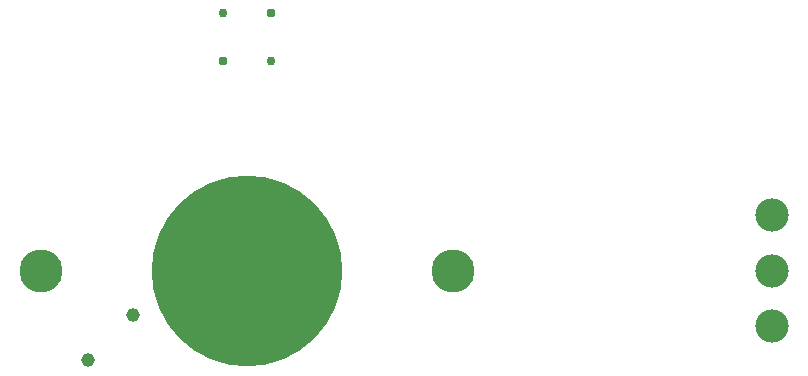
<source format=gbr>
G04 start of page 8 for group -4062 idx -4062 *
G04 Title: (unknown), soldermask *
G04 Creator: pcb 4.0.2 *
G04 CreationDate: Mon Feb 22 17:58:46 2021 UTC *
G04 For: ndholmes *
G04 Format: Gerber/RS-274X *
G04 PCB-Dimensions (mil): 4500.00 2500.00 *
G04 PCB-Coordinate-Origin: lower left *
%MOIN*%
%FSLAX25Y25*%
%LNBOTTOMMASK*%
%ADD55C,0.6360*%
%ADD54C,0.0300*%
%ADD53C,0.0310*%
%ADD52C,0.1438*%
%ADD51C,0.1110*%
%ADD50C,0.0454*%
G54D50*X72081Y95254D03*
X87003Y110175D03*
G54D51*X300000Y143500D03*
Y125000D03*
Y106500D03*
G54D52*X56250Y125000D03*
G54D53*X117000Y195000D03*
G54D54*Y211000D03*
G54D52*X193750Y125000D03*
G54D55*X125000D03*
G54D53*X133000Y211000D03*
G54D54*Y195000D03*
M02*

</source>
